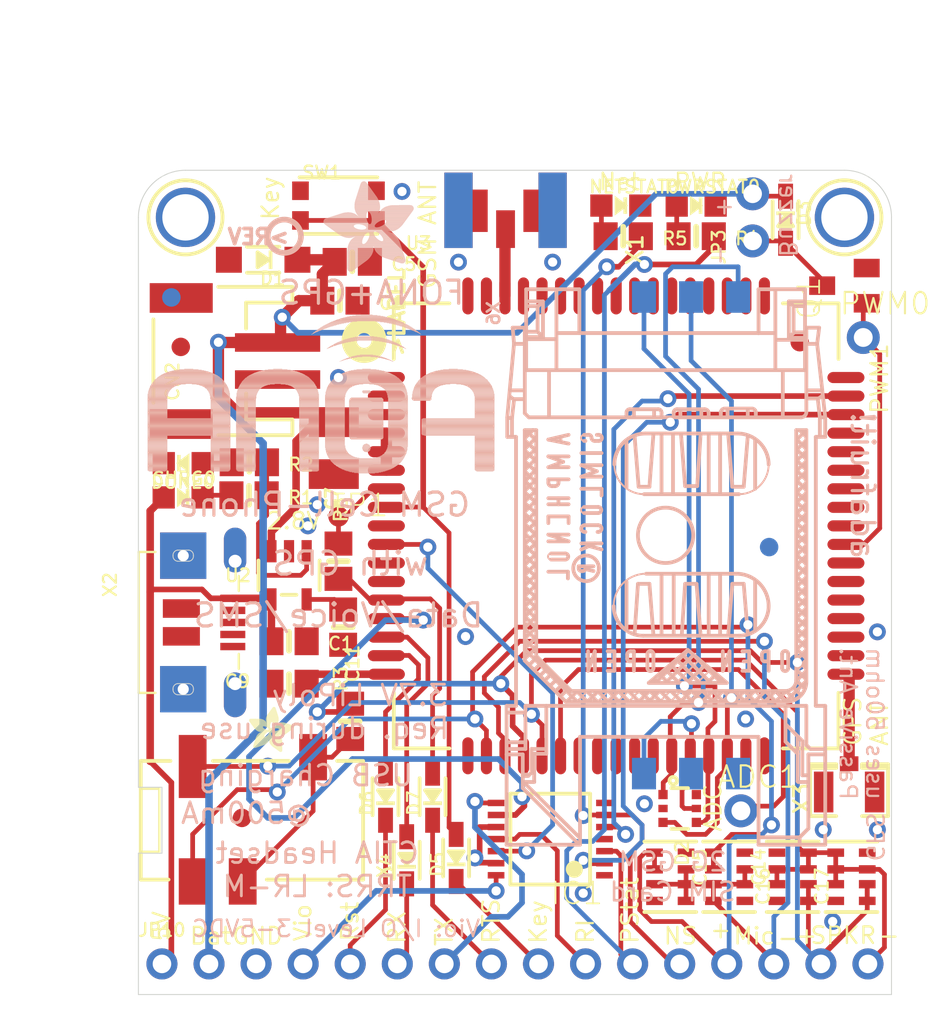
<source format=kicad_pcb>
(kicad_pcb (version 20211014) (generator pcbnew)
  (layers (0 "F.Cu" signal) (31 "B.Cu" signal) (34 "B.Paste" user) (35 "F.Paste" user) (36 "B.SilkS" user "B.Silkscreen") (37 "F.SilkS" user "F.Silkscreen") (38 "B.Mask" user) (39 "F.Mask" user) (44 "Edge.Cuts" user))
  (net 0 "")
  (net 1 "GND")
  (net 2 "N$1")
  (net 3 "N$2")
  (net 4 "N$5")
  (net 5 "N$6")
  (net 6 "PWRKEY")
  (net 7 "NETSTAT")
  (net 8 "PWRSTAT")
  (net 9 "SIMRST")
  (net 10 "SIMCLK")
  (net 11 "SIMDATA")
  (net 12 "2.8V")
  (net 13 "RESET")
  (net 14 "RI")
  (net 15 "UART_RXD")
  (net 16 "UART_TXD")
  (net 17 "VRTC")
  (net 18 "VCCIO")
  (net 19 "GSM_ANT")
  (net 20 "VBUS")
  (net 21 "1.8V")
  (net 22 "NETSTAT_5V")
  (net 23 "N$4")
  (net 24 "PWRSTAT_5V")
  (net 25 "N$9")
  (net 26 "SPEAKER1+")
  (net 27 "MIC1+")
  (net 28 "VBAT")
  (net 29 "+5V")
  (net 30 "RXD_5V")
  (net 31 "TXD_5V")
  (net 32 "RI_5V")
  (net 33 "PWRKEY_5V")
  (net 34 "RESET_5V")
  (net 35 "N$16")
  (net 36 "HP+")
  (net 37 "RTS")
  (net 38 "MIC1-")
  (net 39 "SPEAKER1-")
  (net 40 "PWM1")
  (net 41 "N$3")
  (net 42 "RTS_5V")
  (net 43 "N$7")
  (footprint "boardEagle:0805-NO" (layer "F.Cu") (at 158.2801 86.3346)
    (fp_text reference "R4")
    (fp_text value "1K")
  )
  (footprint "boardEagle:CHIPLED_0805_NOOUTLINE" (layer "F.Cu") (at 154.2161 84.6836 -90)
    (fp_text reference "NETSTAT0")
    (fp_text value "RED")
  )
  (footprint "boardEagle:0805-NO" (layer "F.Cu") (at 139.2301 107.4166 -90)
    (fp_text reference "R3")
    (fp_text value "2K")
  )
  (footprint "boardEagle:0805-NO" (layer "F.Cu") (at 139.0561 89.8116)
    (fp_text reference "C6")
    (fp_text value "33pF")
  )
  (footprint "boardEagle:SC59-BEC" (layer "F.Cu") (at 166.2811 89.0016 90)
    (fp_text reference "Q1")
    (fp_text value "DTC143ZUAT106")
  )
  (footprint "boardEagle:0805-NO" (layer "F.Cu") (at 134.1661 98.5266)
    (fp_text reference "R2")
    (fp_text value "1K")
  )
  (footprint "boardEagle:CHIPLED_0805_NOOUTLINE" (layer "F.Cu") (at 130.6001 98.5726 90)
    (fp_text reference "DONE0")
    (fp_text value "GREEN")
  )
  (footprint "boardEagle:0805-NO" (layer "F.Cu") (at 134.1501 100.3046)
    (fp_text reference "R1")
    (fp_text value "470")
  )
  (footprint "boardEagle:SOD-323" (layer "F.Cu") (at 163.1061 85.4456 -90)
    (fp_text reference "D3")
    (fp_text value "1N4148")
  )
  (footprint "boardEagle:RESPACK_4X0603" (layer "F.Cu") (at 160.0581 120.8786 -90)
    (fp_text reference "C14")
    (fp_text value "33pF")
  )
  (footprint "boardEagle:TSSOP14" (layer "F.Cu") (at 150.4061 118.8466 90)
    (fp_text reference "IC1")
    (fp_text value "74VHCT125PW")
  )
  (footprint "boardEagle:CHIPLED_0805_NOOUTLINE" (layer "F.Cu") (at 130.5951 100.4206 -90)
    (fp_text reference "CHRG0")
    (fp_text value "ORANGE")
  )
  (footprint "boardEagle:0805-NO" (layer "F.Cu") (at 154.3431 86.3346)
    (fp_text reference "R5")
    (fp_text value "1K")
  )
  (footprint "boardEagle:0805-NO" (layer "F.Cu") (at 138.9761 103.8606 90)
    (fp_text reference "R6")
    (fp_text value "10K")
  )
  (footprint "boardEagle:0805-NO" (layer "F.Cu") (at 136.3091 108.1786)
    (fp_text reference "C1")
    (fp_text value "10µF")
  )
  (footprint "boardEagle:BTN_KMR2_4.6X2.8" (layer "F.Cu") (at 138.9761 84.6836)
    (fp_text reference "SW1")
    (fp_text value "KMR2")
  )
  (footprint "boardEagle:1X16_ROUND" (layer "F.Cu") (at 148.5011 125.5776)
    (fp_text reference "JP10")
    (fp_text value "")
  )
  (footprint "boardEagle:SIM900_SMT" (layer "F.Cu") (at 153.9621 101.9556)
    (fp_text reference "U3")
    (fp_text value "SIM808")
  )
  (footprint "boardEagle:RESPACK_4X0603" (layer "F.Cu") (at 166.6621 120.8786 90)
    (fp_text reference "C17")
    (fp_text value "10pF")
  )
  (footprint "boardEagle:SOD-323" (layer "F.Cu") (at 144.0561 116.5606 90)
    (fp_text reference "D7")
    (fp_text value "1N4148")
  )
  (footprint "boardEagle:C1210" (layer "F.Cu") (at 138.7221 97.7646 -90)
    (fp_text reference "C7")
    (fp_text value "100uF")
  )
  (footprint "boardEagle:4UCONN_20329" (layer "F.Cu") (at 132.4991 107.1626 -90)
    (fp_text reference "X2")
    (fp_text value "MicroB")
    (fp_line (start -3.9 2.2) (end -3.9 1.6) (layer "Edge.Cuts") (width 0.05))
    (fp_line (start 3.3 2.2) (end 3.3 1.6) (layer "Edge.Cuts") (width 0.05))
    (fp_line (start -3.3 1.6) (end -3.3 2.2) (layer "Edge.Cuts") (width 0.05))
    (fp_line (start 3.9 1.6) (end 3.9 2.2) (layer "Edge.Cuts") (width 0.05))
    (fp_arc (start -3.9 1.6) (mid -3.801777 1.412868) (end -3.6 1.35) (layer "Edge.Cuts") (width 0.05))
    (fp_arc (start 3.6 2.45) (mid 3.398223 2.387132) (end 3.3 2.2) (layer "Edge.Cuts") (width 0.05))
    (fp_arc (start 3.9 2.2) (mid 3.801777 2.387132) (end 3.6 2.45) (layer "Edge.Cuts") (width 0.05))
    (fp_arc (start 3.3 1.6) (mid 3.398223 1.412868) (end 3.6 1.35) (layer "Edge.Cuts") (width 0.05))
    (fp_arc (start 3.6 1.35) (mid 3.801777 1.412868) (end 3.9 1.6) (layer "Edge.Cuts") (width 0.05))
    (fp_arc (start -3.6 2.45) (mid -3.801777 2.387132) (end -3.9 2.2) (layer "Edge.Cuts") (width 0.05))
    (fp_arc (start -3.6 1.35) (mid -3.398223 1.412868) (end -3.3 1.6) (layer "Edge.Cuts") (width 0.05))
    (fp_arc (start -3.3 2.2) (mid -3.398223 2.387132) (end -3.6 2.45) (layer "Edge.Cuts") (width 0.05))
  )
  (footprint "boardEagle:1X01-CLEANBIG" (layer "F.Cu") (at 167.2971 91.7956)
    (fp_text reference "PWM0")
    (fp_text value "")
  )
  (footprint "boardEagle:CHIPLED_0805_NOOUTLINE" (layer "F.Cu") (at 158.2801 84.6836 -90)
    (fp_text reference "PWRSTAT0")
    (fp_text value "BLUE")
  )
  (footprint "boardEagle:SOD-323" (layer "F.Cu") (at 142.6591 119.9896 90)
    (fp_text reference "D4")
    (fp_text value "1N4148")
  )
  (footprint "boardEagle:MOUNTINGHOLE_2.5_PLATED" (layer "F.Cu") (at 130.7211 85.3186 90)
    (fp_text reference "U$34" hide)
    (fp_text value "MOUNTINGHOLE2.5" hide)
  )
  (footprint "boardEagle:4UCONN_18510" (layer "F.Cu") (at 128.3081 117.8306)
    (fp_text reference "X4")
    (fp_text value "4UCONN_18510")
  )
  (footprint "boardEagle:SOD-323" (layer "F.Cu") (at 141.5161 116.5606 90)
    (fp_text reference "D6")
    (fp_text value "1N4148")
  )
  (footprint "boardEagle:ADAFRUIT_2.5MM" (layer "F.Cu") (at 134.1501 114.1476)
    (fp_text reference "U$21" hide)
    (fp_text value "" hide)
  )
  (footprint "boardEagle:RESPACK_4X0603" (layer "F.Cu") (at 163.4871 120.8786 90)
    (fp_text reference "C16")
    (fp_text value "33pF")
  )
  (footprint "boardEagle:1X01-CLEANBIG" (layer "F.Cu") (at 160.6931 117.3226)
    (fp_text reference "ADC1")
    (fp_text value "")
  )
  (footprint "boardEagle:RESPACK_4X0603" (layer "F.Cu") (at 156.8831 120.8786 -90)
    (fp_text reference "C15")
    (fp_text value "10pF")
  )
  (footprint "boardEagle:FIDUCIAL_1MM" (layer "F.Cu") (at 163.8681 92.0496)
    (fp_text reference "FID1" hide)
    (fp_text value "FIDUCIAL\"\"" hide)
  )
  (footprint "boardEagle:FIDUCIAL_1MM" (layer "F.Cu") (at 133.7691 117.7036)
    (fp_text reference "FID3" hide)
    (fp_text value "FIDUCIAL\"\"" hide)
  )
  (footprint "boardEagle:JSTPH2" (layer "F.Cu") (at 131.9911 93.0656 90)
    (fp_text reference "CN2")
    (fp_text value "JSTPH")
  )
  (footprint "boardEagle:SOT363" (layer "F.Cu") (at 157.3911 117.1956 -90)
    (fp_text reference "D2")
    (fp_text value "SMF05C")
  )
  (footprint "boardEagle:SMA_EDGELAUNCH_UFL" (layer "F.Cu") (at 147.9931 82.9056 -90)
    (fp_text reference "X1")
    (fp_text value "uFL")
  )
  (footprint "boardEagle:FIDUCIAL_1MM" (layer "F.Cu") (at 130.4671 92.3036)
    (fp_text reference "FID2" hide)
    (fp_text value "FIDUCIAL\"\"" hide)
  )
  (footprint "boardEagle:U.FL" (layer "F.Cu") (at 166.5351 116.3066 90)
    (fp_text reference "X3")
    (fp_text value "uFL")
  )
  (footprint "boardEagle:0805-NO" (layer "F.Cu") (at 139.7221 87.7166)
    (fp_text reference "C5")
    (fp_text value "10pF")
  )
  (footprint "boardEagle:TP11R" (layer "F.Cu") (at 138.9761 101.4476)
    (fp_text reference "TP1")
    (fp_text value "TPTP11R")
  )
  (footprint "boardEagle:0805-NO" (layer "F.Cu") (at 136.3091 110.4646 180)
    (fp_text reference "C9")
    (fp_text value "10uF")
  )
  (footprint "boardEagle:SOT23-5" (layer "F.Cu") (at 136.3091 104.6226 180)
    (fp_text reference "U2")
    (fp_text value "MCP73831T-2ACI/OT")
  )
  (footprint "boardEagle:SOD-123" (layer "F.Cu") (at 134.9121 87.6046 180)
    (fp_text reference "D1")
    (fp_text value "MMSZ5231BT1G")
  )
  (footprint "boardEagle:SOD-323" (layer "F.Cu") (at 145.3261 119.8626 90)
    (fp_text reference "D5")
    (fp_text value "1N4148")
  )
  (footprint "boardEagle:0805-NO" (layer "F.Cu") (at 139.6111 112.4966 90)
    (fp_text reference "C11")
    (fp_text value "10uF")
  )
  (footprint "boardEagle:MOUNTINGHOLE_2.5_PLATED" (layer "F.Cu") (at 166.2811 85.3186 90)
    (fp_text reference "U$33" hide)
    (fp_text value "MOUNTINGHOLE2.5" hide)
  )
  (footprint "boardEagle:1X02_ROUND" (layer "F.Cu") (at 161.3281 85.3186 90)
    (fp_text reference "JP3")
    (fp_text value "BUZZ")
  )
  (footprint "boardEagle:ADAFRUIT_5MM" (layer "B.Cu") (at 143.0401 88.2396 180)
    (fp_text reference "U$36" hide)
    (fp_text value "" hide)
  )
  (footprint "boardEagle:FONA_LOGO" (layer "B.Cu") (at 147.8661 99.2886 180)
    (fp_text reference "U$26" hide)
    (fp_text value "" hide)
  )
  (footprint "boardEagle:FIDUCIAL_1MM" (layer "B.Cu") (at 129.9591 89.6366 180)
    (fp_text reference "FID4" hide)
    (fp_text value "FIDUCIAL\"\"" hide)
  )
  (footprint "boardEagle:PCBFEAT-REV-040" (layer "B.Cu") (at 136.0551 86.3346 180)
    (fp_text reference "U$25" hide)
    (fp_text value "" hide)
  )
  (footprint "boardEagle:C707_10M006_512_2" (layer "B.Cu") (at 156.6291 102.4636 -90)
    (fp_text reference "X6")
    (fp_text value "SIM_LOCKAMPHENOL")
  )
  (footprint "boardEagle:FIDUCIAL_1MM" (layer "B.Cu") (at 162.2171 103.0986 180)
    (fp_text reference "FID5" hide)
    (fp_text value "FIDUCIAL\"\"" hide)
  )
  (gr_line (start 166.2811 82.7786) (end 130.7211 82.7786) (layer "Edge.Cuts") (width 0.05))
  (gr_line (start 129.4511 116.0526) (end 129.4511 119.6086) (layer "Edge.Cuts") (width 0.05))
  (gr_line (start 129.4511 119.6086) (end 128.1811 119.6086) (layer "Edge.Cuts") (width 0.05))
  (gr_arc (start 128.1811 85.3186) (mid 128.925049 83.522549) (end 130.7211 82.7786) (layer "Edge.Cuts") (width 0.05))
  (gr_line (start 128.1811 85.3186) (end 128.1811 116.0526) (layer "Edge.Cuts") (width 0.05))
  (gr_line (start 128.1811 119.6086) (end 128.1811 127.2286) (layer "Edge.Cuts") (width 0.05))
  (gr_line (start 128.1811 116.0526) (end 129.4511 116.0526) (layer "Edge.Cuts") (width 0.05))
  (gr_line (start 128.1811 127.2286) (end 168.8211 127.2286) (layer "Edge.Cuts") (width 0.05))
  (gr_arc (start 166.2811 82.7786) (mid 168.077151 83.522549) (end 168.8211 85.3186) (layer "Edge.Cuts") (width 0.05))
  (gr_line (start 168.8211 127.2286) (end 168.8211 85.3186) (layer "Edge.Cuts") (width 0.05))
  (gr_text "+" (at 159.1691 84.1756) (layer "B.SilkS") (effects (font (size 0.89408 0.89408) (thickness 0.12192)) (justify right top mirror)))
  (gr_text "adafruit!" (at 166.5351 103.8606 -90) (layer "B.SilkS") (effects (font (size 1.251712 1.251712) (thickness 0.170688)) (justify left bottom mirror)))
  (gr_text "-" (at 160.1851 86.7156 -90) (layer "B.SilkS") (effects (font (size 0.89408 0.89408) (thickness 0.12192)) (justify right top mirror)))
  (gr_text "3.7V LiPoly" (at 140.1191 111.0996) (layer "B.SilkS") (effects (font (size 1.1176 1.1176) (thickness 0.1524)) (justify mirror)))
  (gr_text "FONA+GPS" (at 140.7541 89.3826) (layer "B.SilkS") (effects (font (size 1.251712 1.251712) (thickness 0.170688)) (justify mirror)))
  (gr_text "Req. during use" (at 138.2141 112.8776) (layer "B.SilkS") (effects (font (size 1.1176 1.1176) (thickness 0.1524)) (justify mirror)))
  (gr_text "USB Charging" (at 137.1981 115.4176) (layer "B.SilkS") (effects (font (size 1.1176 1.1176) (thickness 0.1524)) (justify mirror)))
  (gr_text "Data/Voice/SMS" (at 138.9761 106.7816) (layer "B.SilkS") (effects (font (size 1.251712 1.251712) (thickness 0.170688)) (justify mirror)))
  (gr_text "GSM Cell-Phone" (at 138.2141 100.8126) (layer "B.SilkS") (effects (font (size 1.251712 1.251712) (thickness 0.170688)) (justify mirror)))
  (gr_text "Buzzer" (at 163.7411 82.9056 -90) (layer "B.SilkS") (effects (font (size 0.89408 0.89408) (thickness 0.12192)) (justify right top mirror)))
  (gr_text "with GPS" (at 139.6111 103.9876) (layer "B.SilkS") (effects (font (size 1.251712 1.251712) (thickness 0.170688)) (justify mirror)))
  (gr_text "2G GSM\nSIM Card" (at 157.0101 120.8786) (layer "B.SilkS") (effects (font (size 1.00584 1.00584) (thickness 0.13716)) (justify mirror)))
  (gr_text "Vio: I/O Level 3-5VDC" (at 138.8491 123.6726) (layer "B.SilkS") (effects (font (size 0.89408 0.89408) (thickness 0.12192)) (justify mirror)))
  (gr_text "@500mA" (at 134.0231 117.4496) (layer "B.SilkS") (effects (font (size 1.1176 1.1176) (thickness 0.1524)) (justify mirror)))
  (gr_text "CTIA Headset\nTRRS: LR-M" (at 137.8331 120.4976) (layer "B.SilkS") (effects (font (size 1.1176 1.1176) (thickness 0.1524)) (justify mirror)))
  (gr_text "GPS uses 50ohm\nPassive Ant." (at 168.4401 108.4326 -90) (layer "B.SilkS") (effects (font (size 0.89408 0.89408) (thickness 0.12192)) (justify right top mirror)))
  (gr_text "2.8V" (at 135.0391 102.2096) (layer "F.SilkS") (effects (font (size 0.89408 0.89408) (thickness 0.12192)) (justify left bottom)))
  (gr_text "+" (at 163.6141 124.5616) (layer "F.SilkS") (effects (font (size 0.89408 0.89408) (thickness 0.12192)) (justify left bottom)))
  (gr_text "Rst" (at 140.1191 124.4346 90) (layer "F.SilkS") (effects (font (size 0.89408 0.89408) (thickness 0.12192)) (justify left bottom)))
  (gr_text "RTS" (at 147.7391 124.5616 90) (layer "F.SilkS") (effects (font (size 0.89408 0.89408) (thickness 0.12192)) (justify left bottom)))
  (gr_text "RX" (at 142.6591 124.5616 90) (layer "F.SilkS") (effects (font (size 0.89408 0.89408) (thickness 0.12192)) (justify left bottom)))
  (gr_text "GND" (at 136.0551 123.5456) (layer "F.SilkS") (effects (font (size 0.89408 0.89408) (thickness 0.12192)) (justify right top)))
  (gr_text "GSM ANT" (at 144.3101 89.2556 90) (layer "F.SilkS") (effects (font (size 0.89408 0.89408) (thickness 0.12192)) (justify left bottom)))
  (gr_text "Key" (at 150.2791 124.5616 90) (layer "F.SilkS") (effects (font (size 0.89408 0.89408) (thickness 0.12192)) (justify left bottom)))
  (gr_text "-" (at 162.5981 124.6886) (layer "F.SilkS") (effects (font (size 0.89408 0.89408) (thickness 0.12192)) (justify left bottom)))
  (gr_text "RI" (at 152.8191 124.5616 90) (layer "F.SilkS") (effects (font (size 0.89408 0.89408) (thickness 0.12192)) (justify left bottom)))
  (gr_text "PStat" (at 155.2321 124.5616 90) (layer "F.SilkS") (effects (font (size 0.89408 0.89408) (thickness 0.12192)) (justify left bottom)))
  (gr_text "Vio" (at 137.5791 124.4346 90) (layer "F.SilkS") (effects (font (size 0.89408 0.89408) (thickness 0.12192)) (justify left bottom)))
  (gr_text "Net" (at 152.9461 83.9216) (layer "F.SilkS") (effects (font (size 0.89408 0.89408) (thickness 0.12192)) (justify left bottom)))
  (gr_text "SPKR" (at 164.3761 124.5616) (layer "F.SilkS") (effects (font (size 0.89408 0.89408) (thickness 0.12192)) (justify left bottom)))
  (gr_text "Key" (at 134.7851 83.0326 90) (layer "F.SilkS") (effects (font (size 0.89408 0.89408) (thickness 0.12192)) (justify right top)))
  (gr_text "GPS\nANT" (at 168.6941 113.8936 90) (layer "F.SilkS") (effects (font (size 0.89408 0.89408) (thickness 0.12192)) (justify left bottom)))
  (gr_text "PWM1" (at 168.6941 95.9866 90) (layer "F.SilkS") (effects (font (size 0.89408 0.89408) (thickness 0.12192)) (justify left bottom)))
  (gr_text "ADC" (at 158.6611 115.7986 90) (layer "F.SilkS") (effects (font (size 0.89408 0.89408) (thickness 0.12192)) (justify right top)))
  (gr_text "PWR" (at 157.0101 83.9216) (layer "F.SilkS") (effects (font (size 0.89408 0.89408) (thickness 0.12192)) (justify left bottom)))
  (gr_text "NS" (at 158.4071 123.5456) (layer "F.SilkS") (effects (font (size 0.89408 0.89408) (thickness 0.12192)) (justify right top)))
  (gr_text "Bat" (at 133.2611 123.5456) (layer "F.SilkS") (effects (font (size 0.89408 0.89408) (thickness 0.12192)) (justify right top)))
  (gr_text "-" (at 168.0591 124.5616) (layer "F.SilkS") (effects (font (size 0.89408 0.89408) (thickness 0.12192)) (justify left bottom)))
  (gr_text "Mic" (at 162.5981 123.5456) (layer "F.SilkS") (effects (font (size 0.89408 0.89408) (thickness 0.12192)) (justify right top)))
  (gr_text "TX" (at 145.1991 124.6886 90) (layer "F.SilkS") (effects (font (size 0.89408 0.89408) (thickness 0.12192)) (justify left bottom)))
  (gr_text "5V" (at 129.9591 124.4346 90) (layer "F.SilkS") (effects (font (size 0.89408 0.89408) (thickness 0.12192)) (justify left bottom)))
  (gr_text "+" (at 160.0581 124.4346 90) (layer "F.SilkS") (effects (font (size 0.89408 0.89408) (thickness 0.12192)) (justify left bottom)))
  (segment (start 146.5961 118.1966) (end 146.5961 120.1166) (width 0.3048) (layer "F.Cu") (net 1))
  (segment (start 147.4811 118.1966) (end 146.5961 118.1966) (width 0.3048) (layer "F.Cu") (net 1))
  (segment (start 146.5961 120.1166) (end 147.6081 120.1166) (width 0.3048) (layer "F.Cu") (net 1))
  (via (at 152.1841 121.7676) (size 0.9064) (drill 0.5) (layers "F.Cu" "B.Cu") (net 1))
  (via (at 165.6461 123.2916) (size 0.9064) (drill 0.5) (layers "F.Cu" "B.Cu") (net 1))
  (via (at 146.3421 119.8626) (size 0.9064) (drill 0.5) (layers "F.Cu" "B.Cu") (net 1))
  (via (at 142.4051 83.9216) (size 0.9064) (drill 0.5) (layers "F.Cu" "B.Cu") (net 1))
  (via (at 145.8341 107.9246) (size 0.9064) (drill 0.5) (layers "F.Cu" "B.Cu") (net 1))
  (via (at 160.9471 112.3696) (size 0.9064) (drill 0.5) (layers "F.Cu" "B.Cu") (net 1))
  (via (at 137.3251 101.9556) (size 0.9064) (drill 0.5) (layers "F.Cu" "B.Cu") (net 1))
  (via (at 155.4861 116.9416) (size 0.9064) (drill 0.5) (layers "F.Cu" "B.Cu") (net 1))
  (via (at 137.8331 100.8126) (size 0.9064) (drill 0.5) (layers "F.Cu" "B.Cu") (net 1))
  (via (at 168.0591 107.6706) (size 0.9064) (drill 0.5) (layers "F.Cu" "B.Cu") (net 1))
  (via (at 145.4531 87.7316) (size 0.9064) (drill 0.5) (layers "F.Cu" "B.Cu") (net 1))
  (via (at 138.9761 93.9546) (size 0.9064) (drill 0.5) (layers "F.Cu" "B.Cu") (net 1))
  (via (at 150.5331 87.7316) (size 0.9064) (drill 0.5) (layers "F.Cu" "B.Cu") (net 1))
  (via (at 165.1381 118.3386) (size 0.9064) (drill 0.5) (layers "F.Cu" "B.Cu") (net 1))
  (via (at 168.0591 118.3386) (size 0.9064) (drill 0.5) (layers "F.Cu" "B.Cu") (net 1))
  (segment (start 131.7611 100.3046) (end 133.2001 100.3046) (width 0.254) (layer "F.Cu") (net 2))
  (segment (start 131.6451 100.4206) (end 131.7611 100.3046) (width 0.254) (layer "F.Cu") (net 2))
  (segment (start 137.2591 104.3076) (end 137.2591 103.3225) (width 0.254) (layer "F.Cu") (net 3))
  (segment (start 136.9441 104.6226) (end 137.2591 104.3076) (width 0.254) (layer "F.Cu") (net 3))
  (segment (start 135.1001 98.5426) (end 135.1001 100.3046) (width 0.254) (layer "F.Cu") (net 3))
  (segment (start 135.1001 100.3046) (end 135.1001 101.3866) (width 0.254) (layer "F.Cu") (net 3))
  (segment (start 135.1161 98.5266) (end 135.1001 98.5426) (width 0.254) (layer "F.Cu") (net 3))
  (segment (start 134.7851 104.6226) (end 136.9441 104.6226) (width 0.254) (layer "F.Cu") (net 3))
  (segment (start 135.1001 101.3866) (end 134.6581 101.8286) (width 0.254) (layer "F.Cu") (net 3))
  (segment (start 134.6581 104.4956) (end 134.7851 104.6226) (width 0.254) (layer "F.Cu") (net 3))
  (segment (start 134.6581 101.8286) (end 134.6581 104.4956) (width 0.254) (layer "F.Cu") (net 3))
  (segment (start 139.2301 106.3998) (end 139.2301 106.4666) (width 0.254) (layer "F.Cu") (net 4))
  (segment (start 137.2591 105.9227) (end 138.753 105.9227) (width 0.254) (layer "F.Cu") (net 4))
  (segment (start 138.753 105.9227) (end 139.2301 106.3998) (width 0.254) (layer "F.Cu") (net 4))
  (segment (start 133.1701 98.5726) (end 131.6501 98.5726) (width 0.254) (layer "F.Cu") (net 5))
  (segment (start 133.2161 98.5266) (end 133.1701 98.5726) (width 0.254) (layer "F.Cu") (net 5))
  (segment (start 136.9261 85.4836) (end 141.0261 85.4836) (width 0.254) (layer "F.Cu") (net 6))
  (segment (start 141.5781 100.9396) (end 141.5621 100.9556) (width 0.254) (layer "F.Cu") (net 6))
  (segment (start 143.5481 88.0056) (end 143.5481 100.9396) (width 0.3048) (layer "F.Cu") (net 6))
  (segment (start 144.9451 102.3366) (end 143.5481 100.9396) (width 0.254) (layer "F.Cu") (net 6))
  (segment (start 144.9451 118.2116) (end 144.9451 102.3366) (width 0.254) (layer "F.Cu") (net 6))
  (segment (start 143.5481 100.9396) (end 141.5781 100.9396) (width 0.254) (layer "F.Cu") (net 6))
  (segment (start 145.3261 118.5926) (end 144.9451 118.2116) (width 0.254) (layer "F.Cu") (net 6))
  (segment (start 141.0261 85.4836) (end 143.5481 88.0056) (width 0.3048) (layer "F.Cu") (net 6))
  (segment (start 153.3311 118.1966) (end 154.0741 118.1966) (width 0.254) (layer "F.Cu") (net 7))
  (segment (start 156.8981 94.9556) (end 166.3621 94.9556) (width 0.3048) (layer "F.Cu") (net 7))
  (segment (start 156.7561 95.0976) (end 156.8981 94.9556) (width 0.3048) (layer "F.Cu") (net 7))
  (segment (start 154.0741 118.1966) (end 154.4701 118.5926) (width 0.254) (layer "F.Cu") (net 7))
  (via (at 156.7561 95.0976) (size 0.9064) (drill 0.5) (layers "F.Cu" "B.Cu") (net 7))
  (via (at 154.4701 118.5926) (size 0.9064) (drill 0.5) (layers "F.Cu" "B.Cu") (net 7))
  (segment (start 153.8351 117.9576) (end 153.8351 96.7486) (width 0.254) (layer "B.Cu") (net 7))
  (segment (start 154.4701 118.5926) (end 153.8351 117.9576) (width 0.254) (layer "B.Cu") (net 7))
  (segment (start 153.8351 96.7486) (end 155.3591 95.2246) (width 0.254) (layer "B.Cu") (net 7))
  (segment (start 155.3591 95.2246) (end 156.6291 95.2246) (width 0.254) (layer "B.Cu") (net 7))
  (segment (start 156.6291 95.2246) (end 156.7561 95.0976) (width 0.254) (layer "B.Cu") (net 7))
  (segment (start 156.7561 95.2246) (end 156.7561 95.0976) (width 0.3048) (layer "B.Cu") (net 7))
  (segment (start 166.3621 95.9556) (end 157.2951 95.9556) (width 0.3048) (layer "F.Cu") (net 8))
  (segment (start 157.2951 95.9556) (end 156.8831 96.3676) (width 0.3048) (layer "F.Cu") (net 8))
  (segment (start 152.1841 119.9896) (end 152.3411 120.1466) (width 0.3048) (layer "F.Cu") (net 8))
  (segment (start 152.3411 120.1466) (end 153.3311 120.1466) (width 0.3048) (layer "F.Cu") (net 8))
  (via (at 156.8831 96.3676) (size 0.9064) (drill 0.5) (layers "F.Cu" "B.Cu") (net 8))
  (via (at 152.1841 119.9896) (size 0.9064) (drill 0.5) (layers "F.Cu" "B.Cu") (net 8))
  (segment (start 154.3431 117.0686) (end 155.3591 118.0846) (width 0.254) (layer "B.Cu") (net 8))
  (segment (start 154.3431 117.0686) (end 154.3431 97.6376) (width 0.254) (layer "B.Cu") (net 8))
  (segment (start 155.3591 118.0846) (end 155.3591 118.9736) (width 0.254) (layer "B.Cu") (net 8))
  (segment (start 154.3431 119.9896) (end 152.1841 119.9896) (width 0.254) (layer "B.Cu") (net 8))
  (segment (start 154.3431 97.6376) (end 155.6131 96.3676) (width 0.254) (layer "B.Cu") (net 8))
  (segment (start 155.3591 118.9736) (end 154.3431 119.9896) (width 0.254) (layer "B.Cu") (net 8))
  (segment (start 155.6131 96.3676) (end 156.8831 96.3676) (width 0.254) (layer "B.Cu") (net 8))
  (segment (start 159.4231 115.5446) (end 159.9621 115.0056) (width 0.254) (layer "F.Cu") (net 9))
  (segment (start 159.9621 115.0056) (end 159.9621 114.3556) (width 0.254) (layer "F.Cu") (net 9))
  (segment (start 160.1851 111.2266) (end 159.9621 111.4496) (width 0.254) (layer "F.Cu") (net 9))
  (segment (start 156.4911 117.9456) (end 157.1251 117.9456) (width 0.254) (layer "F.Cu") (net 9))
  (segment (start 159.4231 117.9576) (end 159.4231 115.5446) (width 0.254) (layer "F.Cu") (net 9))
  (segment (start 159.9621 111.4496) (end 159.9621 114.3556) (width 0.254) (layer "F.Cu") (net 9))
  (segment (start 157.1251 117.9456) (end 157.7721 118.5926) (width 0.254) (layer "F.Cu") (net 9))
  (segment (start 158.7881 118.5926) (end 159.4231 117.9576) (width 0.254) (layer "F.Cu") (net 9))
  (segment (start 157.7721 118.5926) (end 158.7881 118.5926) (width 0.254) (layer "F.Cu") (net 9))
  (segment (start 160.0581 114.4516) (end 159.9621 114.3556) (width 0.254) (layer "F.Cu") (net 9))
  (via (at 160.1851 111.2266) (size 0.9064) (drill 0.5) (layers "F.Cu" "B.Cu") (net 9))
  (segment (start 158.0041 93.0436) (end 160.1851 95.2246) (width 0.254) (layer "B.Cu") (net 9))
  (segment (start 158.0041 89.6136) (end 158.0041 93.0436) (width 0.254) (layer "B.Cu") (net 9))
  (segment (start 160.1851 95.2246) (end 160.1851 111.2266) (width 0.254) (layer "B.Cu") (net 9))
  (segment (start 159.2961 110.5916) (end 159.2961 112.4966) (width 0.254) (layer "F.Cu") (net 10))
  (segment (start 158.9151 117.7036) (end 158.9151 114.4026) (width 0.254) (layer "F.Cu") (net 10))
  (segment (start 158.9151 114.4026) (end 158.9621 114.3556) (width 0.254) (layer "F.Cu") (net 10))
  (segment (start 158.6731 117.9456) (end 158.9151 117.7036) (width 0.254) (layer "F.Cu") (net 10))
  (segment (start 159.2961 112.4966) (end 158.9151 112.8776) (width 0.254) (layer "F.Cu") (net 10))
  (segment (start 158.9151 114.3086) (end 158.9621 114.3556) (width 0.254) (layer "F.Cu") (net 10))
  (segment (start 158.9031 114.4146) (end 158.9621 114.3556) (width 0.254) (layer "F.Cu") (net 10))
  (segment (start 158.9151 112.8776) (end 158.9151 114.3086) (width 0.254) (layer "F.Cu") (net 10))
  (segment (start 158.2911 117.9456) (end 158.6731 117.9456) (width 0.254) (layer "F.Cu") (net 10))
  (segment (start 157.6451 110.5916) (end 159.2961 110.5916) (width 0.254) (layer "F.Cu") (net 10))
  (via (at 157.6451 110.5916) (size 0.9064) (drill 0.5) (layers "F.Cu" "B.Cu") (net 10))
  (segment (start 157.8991 110.3376) (end 157.6451 110.5916) (width 0.254) (layer "B.Cu") (net 10))
  (segment (start 155.4641 92.4086) (end 157.8991 94.8436) (width 0.254) (layer "B.Cu") (net 10))
  (segment (start 157.8991 94.8436) (end 157.8991 110.3376) (width 0.254) (layer "B.Cu") (net 10))
  (segment (start 155.4641 89.6136) (end 155.4641 92.4086) (width 0.254) (layer "B.Cu") (net 10))
  (segment (start 157.5181 116.1796) (end 157.5181 117.0686) (width 0.254) (layer "F.Cu") (net 11))
  (segment (start 158.0261 114.4196) (end 158.0261 115.6716) (width 0.254) (layer "F.Cu") (net 11))
  (segment (start 158.0261 114.4196) (end 157.9621 114.3556) (width 0.254) (layer "F.Cu") (net 11))
  (segment (start 158.0261 115.6716) (end 157.5181 116.1796) (width 0.254) (layer "F.Cu") (net 11))
  (segment (start 158.0261 112.6236) (end 158.0261 114.2916) (width 0.254) (layer "F.Cu") (net 11))
  (segment (start 158.0261 114.2916) (end 157.9621 114.3556) (width 0.254) (layer "F.Cu") (net 11))
  (segment (start 157.5181 117.0686) (end 157.6451 117.1956) (width 0.254) (layer "F.Cu") (net 11))
  (segment (start 157.6451 117.1956) (end 158.2911 117.1956) (width 0.254) (layer "F.Cu") (net 11))
  (via (at 158.0261 112.6236) (size 0.9064) (drill 0.5) (layers "F.Cu" "B.Cu") (net 11))
  (segment (start 155.4641 113.4076) (end 156.3751 112.4966) (width 0.254) (layer "B.Cu") (net 11))
  (segment (start 157.8991 112.4966) (end 158.0261 112.6236) (width 0.254) (layer "B.Cu") (net 11))
  (segment (start 155.4641 115.3136) (end 155.4641 113.4076) (width 0.254) (layer "B.Cu") (net 11))
  (segment (start 156.3751 112.4966) (end 157.8991 112.4966) (width 0.254) (layer "B.Cu") (net 11))
  (segment (start 138.9761 102.9106) (end 138.9761 101.4476) (width 0.254) (layer "F.Cu") (net 12))
  (segment (start 140.8491 99.9556) (end 139.4841 101.3206) (width 0.254) (layer "F.Cu") (net 12))
  (segment (start 139.1031 101.3206) (end 138.9761 101.4476) (width 0.254) (layer "F.Cu") (net 12))
  (segment (start 141.5621 99.9556) (end 140.8491 99.9556) (width 0.3048) (layer "F.Cu") (net 12))
  (segment (start 139.4841 101.3206) (end 139.1031 101.3206) (width 0.254) (layer "F.Cu") (net 12))
  (segment (start 141.5771 108.9406) (end 141.5621 108.9556) (width 0.254) (layer "F.Cu") (net 13))
  (segment (start 141.5161 115.2906) (end 141.5161 111.9886) (width 0.254) (layer "F.Cu") (net 13))
  (segment (start 143.2941 110.2106) (end 143.2941 109.4486) (width 0.254) (layer "F.Cu") (net 13))
  (segment (start 143.2941 109.4486) (end 142.7861 108.9406) (width 0.254) (layer "F.Cu") (net 13))
  (segment (start 142.7861 108.9406) (end 141.5771 108.9406) (width 0.254) (layer "F.Cu") (net 13))
  (segment (start 141.5161 111.9886) (end 143.2941 110.2106) (width 0.254) (layer "F.Cu") (net 13))
  (segment (start 149.1211 119.4966) (end 147.4811 119.4966) (width 0.254) (layer "F.Cu") (net 14))
  (segment (start 143.8021 103.0986) (end 143.6591 102.9556) (width 0.254) (layer "F.Cu") (net 14))
  (segment (start 143.6591 102.9556) (end 141.5621 102.9556) (width 0.254) (layer "F.Cu") (net 14))
  (segment (start 149.1361 119.4816) (end 149.1211 119.4966) (width 0.254) (layer "F.Cu") (net 14))
  (via (at 149.1361 119.4816) (size 0.9064) (drill 0.5) (layers "F.Cu" "B.Cu") (net 14))
  (via (at 143.8021 103.0986) (size 0.9064) (drill 0.5) (layers "F.Cu" "B.Cu") (net 14))
  (segment (start 150.5331 118.0846) (end 149.1361 119.4816) (width 0.254) (layer "B.Cu") (net 14))
  (segment (start 150.5331 118.0846) (end 150.5331 110.9726) (width 0.254) (layer "B.Cu") (net 14))
  (segment (start 143.8021 104.2416) (end 143.8021 103.0986) (width 0.254) (layer "B.Cu") (net 14))
  (segment (start 150.5331 110.9726) (end 143.8021 104.2416) (width 0.254) (layer "B.Cu") (net 14))
  (segment (start 142.6901 107.9556) (end 143.8021 109.0676) (width 0.254) (layer "F.Cu") (net 15))
  (segment (start 143.8021 109.0676) (end 143.8021 110.4646) (width 0.254) (layer "F.Cu") (net 15))
  (segment (start 143.8021 110.4646) (end 142.6591 111.6076) (width 0.254) (layer "F.Cu") (net 15))
  (segment (start 142.6591 111.6076) (end 142.6591 118.7196) (width 0.254) (layer "F.Cu") (net 15))
  (segment (start 141.5621 107.9556) (end 142.6901 107.9556) (width 0.254) (layer "F.Cu") (net 15))
  (segment (start 149.0091 117.0686) (end 149.0091 116.5606) (width 0.3048) (layer "F.Cu") (net 16))
  (segment (start 147.4811 117.5466) (end 148.5311 117.5466) (width 0.3048) (layer "F.Cu") (net 16))
  (segment (start 148.5311 117.5466) (end 149.0091 117.0686) (width 0.3048) (layer "F.Cu") (net 16))
  (segment (start 149.0091 116.5606) (end 148.8821 116.5606) (width 0.3048) (layer "F.Cu") (net 16))
  (segment (start 143.4681 106.9556) (end 143.5481 107.0356) (width 0.254) (layer "F.Cu") (net 16))
  (segment (start 141.9771 106.9556) (end 143.4681 106.9556) (width 0.254) (layer "F.Cu") (net 16))
  (segment (start 141.9771 106.9556) (end 141.5621 106.9556) (width 0.3048) (layer "F.Cu") (net 16))
  (via (at 148.8821 116.5606) (size 0.9064) (drill 0.5) (layers "F.Cu" "B.Cu") (net 16))
  (via (at 143.5481 107.0356) (size 0.9064) (drill 0.5) (layers "F.Cu" "B.Cu") (net 16))
  (segment (start 134.1501 114.4016) (end 141.5161 107.0356) (width 0.3048) (layer "B.Cu") (net 16))
  (segment (start 135.1661 117.7036) (end 134.1501 116.6876) (width 0.3048) (layer "B.Cu") (net 16))
  (segment (start 139.7381 114.5286) (end 136.5631 117.7036) (width 0.3048) (layer "B.Cu") (net 16))
  (segment (start 134.1501 116.6876) (end 134.1501 114.4016) (width 0.3048) (layer "B.Cu") (net 16))
  (segment (start 148.8821 116.5606) (end 148.8821 115.7986) (width 0.3048) (layer "B.Cu") (net 16))
  (segment (start 147.6121 114.5286) (end 139.7381 114.5286) (width 0.3048) (layer "B.Cu") (net 16))
  (segment (start 136.5631 117.7036) (end 135.1661 117.7036) (width 0.3048) (layer "B.Cu") (net 16))
  (segment (start 148.8821 115.7986) (end 147.6121 114.5286) (width 0.3048) (layer "B.Cu") (net 16))
  (segment (start 141.5161 107.0356) (end 143.5481 107.0356) (width 0.3048) (layer "B.Cu") (net 16))
  (segment (start 137.7681 109.9556) (end 141.5621 109.9556) (width 0.4064) (layer "F.Cu") (net 17))
  (segment (start 137.2591 110.4646) (end 137.7681 109.9556) (width 0.4064) (layer "F.Cu") (net 17))
  (segment (start 147.4851 120.8006) (end 147.4851 121.6406) (width 0.254) (layer "F.Cu") (net 18))
  (segment (start 147.4811 120.7966) (end 147.4851 120.8006) (width 0.254) (layer "F.Cu") (net 18))
  (via (at 147.4851 121.6406) (size 0.9064) (drill 0.5) (layers "F.Cu" "B.Cu") (net 18))
  (segment (start 141.0081 121.6406) (end 147.4851 121.6406) (width 0.3048) (layer "B.Cu") (net 18))
  (segment (start 137.0711 125.5776) (end 141.0081 121.6406) (width 0.3048) (layer "B.Cu") (net 18))
  (segment (start 147.9621 85.9536) (end 147.9931 85.9536) (width 0.6096) (layer "F.Cu") (net 19))
  (segment (start 147.9621 89.5556) (end 147.9621 85.9536) (width 0.6096) (layer "F.Cu") (net 19))
  (segment (start 156.8831 112.2426) (end 156.8831 114.2766) (width 0.254) (layer "F.Cu") (net 21))
  (segment (start 156.5021 115.7986) (end 156.5021 116.4346) (width 0.254) (layer "F.Cu") (net 21))
  (segment (start 156.9621 114.3556) (end 156.9621 115.3386) (width 0.254) (layer "F.Cu") (net 21))
  (segment (start 157.6451 111.4806) (end 156.8831 112.2426) (width 0.254) (layer "F.Cu") (net 21))
  (segment (start 156.8831 114.2766) (end 156.9621 114.3556) (width 0.254) (layer "F.Cu") (net 21))
  (segment (start 156.5021 116.4346) (end 156.4911 116.4456) (width 0.254) (layer "F.Cu") (net 21))
  (segment (start 158.4071 111.4806) (end 157.6451 111.4806) (width 0.254) (layer "F.Cu") (net 21))
  (segment (start 156.9621 115.3386) (end 156.5021 115.7986) (width 0.254) (layer "F.Cu") (net 21))
  (via (at 158.4071 111.4806) (size 0.9064) (drill 0.5) (layers "F.Cu" "B.Cu") (net 21))
  (segment (start 160.5441 89.6136) (end 160.5441 87.9856) (width 0.254) (layer "B.Cu") (net 21))
  (segment (start 156.6291 88.3666) (end 156.6291 92.8116) (width 0.254) (layer "B.Cu") (net 21))
  (segment (start 158.4071 109.9566) (end 158.6611 110.2106) (width 0.254) (layer "B.Cu") (net 21))
  (segment (start 158.4071 94.5896) (end 158.4071 109.9566) (width 0.254) (layer "B.Cu") (net 21))
  (segment (start 158.6611 110.2106) (end 158.6611 111.2266) (width 0.254) (layer "B.Cu") (net 21))
  (segment (start 158.6611 111.2266) (end 158.4071 111.4806) (width 0.254) (layer "B.Cu") (net 21))
  (segment (start 160.5441 87.9856) (end 157.0101 87.9856) (width 0.254) (layer "B.Cu") (net 21))
  (segment (start 157.0101 87.9856) (end 156.6291 88.3666) (width 0.254) (layer "B.Cu") (net 21))
  (segment (start 156.6291 92.8116) (end 158.4071 94.5896) (width 0.254) (layer "B.Cu") (net 21))
  (segment (start 154.8211 117.5466) (end 155.3591 118.0846) (width 0.254) (layer "F.Cu") (net 22))
  (segment (start 153.4541 87.9856) (end 154.0891 87.9856) (width 0.3048) (layer "F.Cu") (net 22))
  (segment (start 153.3311 117.5466) (end 154.8211 117.5466) (width 0.254) (layer "F.Cu") (net 22))
  (segment (start 154.7241 123.2916) (end 157.0101 125.5776) (width 0.254) (layer "F.Cu") (net 22))
  (segment (start 154.0891 87.9856) (end 155.2931 86.7816) (width 0.254) (layer "F.Cu") (net 22))
  (segment (start 152.2141 117.5466) (end 153.3311 117.5466) (width 0.254) (layer "F.Cu") (net 22))
  (segment (start 155.2931 86.6546) (end 155.2931 86.3346) (width 0.3048) (layer "F.Cu") (net 22))
  (segment (start 152.1841 117.5766) (end 152.2141 117.5466) (width 0.254) (layer "F.Cu") (net 22))
  (segment (start 155.3591 118.0846) (end 155.3591 118.9736) (width 0.254) (layer "F.Cu") (net 22))
  (segment (start 155.3591 118.9736) (end 154.7241 119.6086) (width 0.254) (layer "F.Cu") (net 22))
  (segment (start 157.0101 125.5776) (end 157.3911 125.5776) (width 0.254) (layer "F.Cu") (net 22))
  (segment (start 155.2931 86.7816) (end 155.2931 86.3346) (width 0.254) (layer "F.Cu") (net 22))
  (segment (start 154.7241 119.6086) (end 154.7241 123.2916) (width 0.254) (layer "F.Cu") (net 22))
  (via (at 152.1841 117.5766) (size 0.9064) (drill 0.5) (layers "F.Cu" "B.Cu") (net 22))
  (via (at 153.4541 87.9856) (size 0.9064) (drill 0.5) (layers "F.Cu" "B.Cu") (net 22))
  (segment (start 152.1841 89.2556) (end 152.1841 117.5766) (width 0.254) (layer "B.Cu") (net 22))
  (segment (start 152.1841 89.2556) (end 153.4541 87.9856) (width 0.254) (layer "B.Cu") (net 22))
  (segment (start 157.2301 86.2346) (end 157.3301 86.3346) (width 0.254) (layer "F.Cu") (net 23))
  (segment (start 157.2301 84.6836) (end 157.2301 86.2346) (width 0.254) (layer "F.Cu") (net 23))
  (segment (start 154.2161 119.7356) (end 154.2161 125.0696) (width 0.254) (layer "F.Cu") (net 24))
  (segment (start 153.9771 119.4966) (end 154.2161 119.7356) (width 0.254) (layer "F.Cu") (net 24))
  (segment (start 159.2961 86.8426) (end 159.2301 86.7766) (width 0.254) (layer "F.Cu") (net 24))
  (segment (start 158.2801 87.8586) (end 155.4861 87.8586) (width 0.3048) (layer "F.Cu") (net 24))
  (segment (start 153.3311 119.4966) (end 153.9771 119.4966) (width 0.254) (layer "F.Cu") (net 24))
  (segment (start 154.7241 125.5776) (end 154.8511 125.5776) (width 0.254) (layer "F.Cu") (net 24))
  (segment (start 154.2161 125.0696) (end 154.7241 125.5776) (width 0.254) (layer "F.Cu") (net 24))
  (segment (start 159.2301 86.3346) (end 159.2301 86.6546) (width 0.3048) (layer "F.Cu") (net 24))
  (segment (start 159.2961 86.8426) (end 158.2801 87.8586) (width 0.3048) (layer "F.Cu") (net 24))
  (segment (start 159.2301 86.7766) (end 159.2301 86.3346) (width 0.254) (layer "F.Cu") (net 24))
  (via (at 155.4861 87.8586) (size 0.9064) (drill 0.5) (layers "F.Cu" "B.Cu") (net 24))
  (segment (start 154.9781 87.8586) (end 153.5811 89.2556) (width 0.3048) (layer "B.Cu") (net 24))
  (segment (start 152.6921 118.9736) (end 151.8031 118.9736) (width 0.254) (layer "B.Cu") (net 24))
  (segment (start 153.5811 89.2556) (end 153.3271 89.5096) (width 0.254) (layer "B.Cu") (net 24))
  (segment (start 155.4861 87.8586) (end 154.9781 87.8586) (width 0.3048) (layer "B.Cu") (net 24))
  (segment (start 151.2951 119.4816) (end 151.2951 122.0216) (width 0.254) (layer "B.Cu") (net 24))
  (segment (start 151.2951 122.0216) (end 154.8511 125.5776) (width 0.254) (layer "B.Cu") (net 24))
  (segment (start 151.8031 118.9736) (end 151.2951 119.4816) (width 0.254) (layer "B.Cu") (net 24))
  (segment (start 154.7241 125.5776) (end 154.8511 125.5776) (width 0.254) (layer "B.Cu") (net 24))
  (segment (start 153.3271 118.3386) (end 152.6921 118.9736) (width 0.254) (layer "B.Cu") (net 24))
  (segment (start 153.3271 89.5096) (end 153.3271 118.3386) (width 0.254) (layer "B.Cu") (net 24))
  (segment (start 153.1661 86.1076) (end 153.3931 86.3346) (width 0.254) (layer "F.Cu") (net 25))
  (segment (start 153.1661 84.6836) (end 153.1661 86.1076) (width 0.254) (layer "F.Cu") (net 25))
  (segment (start 161.8361 109.3216) (end 163.7411 109.3216) (width 0.254) (layer "F.Cu") (net 26))
  (segment (start 148.3741 112.7506) (end 148.3741 111.0996) (width 0.3048) (layer "F.Cu") (net 26))
  (segment (start 165.0111 125.1966) (end 165.0111 125.5776) (width 0.3048) (layer "F.Cu") (net 26))
  (segment (start 161.2011 108.6866) (end 161.8361 109.3216) (width 0.254) (layer "F.Cu") (net 26))
  (segment (start 148.3741 111.0996) (end 147.7391 110.4646) (width 0.3048) (layer "F.Cu") (net 26))
  (segment (start 149.1361 108.6866) (end 147.7391 110.0836) (width 0.254) (layer "F.Cu") (net 26))
  (segment (start 167.5121 121.2786) (end 167.5121 122.1786) (width 0.254) (layer "F.Cu") (net 26))
  (segment (start 147.7391 110.0836) (end 147.7391 110.4646) (width 0.254) (layer "F.Cu") (net 26))
  (segment (start 137.8331 111.9886) (end 139.1691 111.9886) (width 0.3048) (layer "F.Cu") (net 26))
  (segment (start 164.3371 124.9036) (end 165.0111 125.5776) (width 0.254) (layer "F.Cu") (net 26))
  (segment (start 148.9621 113.3386) (end 148.3741 112.7506) (width 0.3048) (layer "F.Cu") (net 26))
  (segment (start 148.9621 114.3556) (end 148.9621 113.3386) (width 0.3048) (layer "F.Cu") (net 26))
  (segment (start 167.5121 121.2786) (end 167.5121 122.6956) (width 0.254) (layer "F.Cu") (net 26))
  (segment (start 139.1691 111.9886) (end 139.6111 111.5466) (width 0.3048) (layer "F.Cu") (net 26))
  (segment (start 167.5121 122.6956) (end 166.5351 123.6726) (width 0.254) (layer "F.Cu") (net 26))
  (segment (start 164.3371 121.2786) (end 164.3371 122.1786) (width 0.254) (layer "F.Cu") (net 26))
  (segment (start 149.1361 108.6866) (end 161.2011 108.6866) (width 0.254) (layer "F.Cu") (net 26))
  (segment (start 166.5351 123.6726) (end 165.0111 125.1966) (width 0.3048) (layer "F.Cu") (net 26))
  (segment (start 164.3371 122.1786) (end 164.3371 124.9036) (width 0.254) (layer "F.Cu") (net 26))
  (via (at 137.8331 111.9886) (size 0.9064) (drill 0.5) (layers "F.Cu" "B.Cu") (net 26))
  (via (at 163.7411 109.3216) (size 0.9064) (drill 0.5) (layers "F.Cu" "B.Cu") (net 26))
  (via (at 147.7391 110.4646) (size 0.9064) (drill 0.5) (layers "F.Cu" "B.Cu") (net 26))
  (segment (start 163.7411 109.3216) (end 163.7411 124.3076) (width 0.254) (layer "B.Cu") (net 26))
  (segment (start 147.7391 110.4646) (end 139.3571 110.4646) (width 0.3048) (layer "B.Cu") (net 26))
  (segment (start 163.7411 124.3076) (end 165.0111 125.5776) (width 0.254) (layer "B.Cu") (net 26))
  (segment (start 139.3571 110.4646) (end 137.8331 111.9886) (width 0.3048) (layer "B.Cu") (net 26))
  (segment (start 156.0331 119.5786) (end 155.5161 119.5786) (width 0.254) (layer "F.Cu") (net 27))
  (segment (start 161.8361 118.5926) (end 162.3441 118.0846) (width 0.254) (layer "F.Cu") (net 27))
  (segment (start 155.2321 122.6566) (end 155.8671 123.2916) (width 0.254) (layer "F.Cu") (net 27))
  (segment (start 146.3421 112.3696) (end 146.2151 112.2426) (width 0.254) (layer "F.Cu") (net 27))
  (segment (start 131.1081 121.1306) (end 131.1081 118.5866) (width 0.254) (layer "F.Cu") (net 27))
  (segment (start 146.2151 109.8296) (end 148.6281 107.4166) (width 0.254) (layer "F.Cu") (net 27))
  (segment (start 155.2321 119.8626) (end 155.2321 122.6566) (width 0.254) (layer "F.Cu") (net 27))
  (segment (start 159.2081 120.4786) (end 159.2081 119.5786) (width 0.254) (layer "F.Cu") (net 27))
  (segment (start 146.9621 112.9896) (end 146.3421 112.3696) (width 0.254) (layer "F.Cu") (net 27))
  (segment (start 161.0741 107.4166) (end 161.0741 107.2896) (width 0.254) (layer "F.Cu") (net 27))
  (segment (start 148.6281 107.4166) (end 161.0741 107.4166) (width 0.254) (layer "F.Cu") (net 27))
  (segment (start 160.1941 118.5926) (end 161.8361 118.5926) (width 0.254) (layer "F.Cu") (net 27))
  (segment (start 159.2081 119.5786) (end 160.1941 118.5926) (width 0.254) (layer "F.Cu") (net 27))
  (segment (start 146.2151 112.2426) (end 146.2151 109.8296) (width 0.254) (layer "F.Cu") (net 27))
  (segment (start 157.5181 123.2916) (end 159.9311 125.7046) (width 0.254) (layer "F.Cu") (net 27))
  (segment (start 146.9621 114.3556) (end 146.9621 112.9896) (width 0.254) (layer "F.Cu") (net 27))
  (segment (start 155.5161 119.5786) (end 155.2321 119.8626) (width 0.254) (layer "F.Cu") (net 27))
  (segment (start 159.9311 125.5776) (end 159.9311 125.7046) (width 0.254) (layer "F.Cu") (net 27))
  (segment (start 156.0331 119.5786) (end 156.0331 120.4786) (width 0.254) (layer "F.Cu") (net 27))
  (segment (start 155.8671 123.2916) (end 157.5181 123.2916) (width 0.254) (layer "F.Cu") (net 27))
  (segment (start 135.5471 116.1796) (end 135.6741 116.3066) (width 0.254) (layer "F.Cu") (net 27))
  (segment (start 133.5151 116.1796) (end 135.5471 116.1796) (width 0.254) (layer "F.Cu") (net 27))
  (segment (start 131.1081 118.5866) (end 133.5151 116.1796) (width 0.254) (layer "F.Cu") (net 27))
  (via (at 161.0741 107.2896) (size 0.9064) (drill 0.5) (layers "F.Cu" "B.Cu") (net 27))
  (via (at 162.3441 118.0846) (size 0.9064) (drill 0.5) (layers "F.Cu" "B.Cu") (net 27))
  (via (at 146.3421 112.3696) (size 0.9064) (drill 0.5) (layers "F.Cu" "B.Cu") (net 27))
  (via (at 135.6741 116.3066) (size 0.9064) (drill 0.5) (layers "F.Cu" "B.Cu") (net 27))
  (segment (start 161.0741 111.2266) (end 161.0741 107.2896) (width 0.254) (layer "B.Cu") (net 27))
  (segment (start 162.3441 112.4966) (end 161.0741 111.2266) (width 0.254) (layer "B.Cu") (net 27))
  (segment (start 139.6111 112.3696) (end 146.3421 112.3696) (width 0.254) (layer "B.Cu") (net 27))
  (segment (start 160.4391 118.7196) (end 161.7091 118.7196) (width 0.254) (layer "B.Cu") (net 27))
  (segment (start 160.0581 125.4506) (end 160.0581 119.1006) (width 0.254) (layer "B.Cu") (net 27))
  (segment (start 162.3441 112.4966) (end 162.3441 118.0846) (width 0.254) (layer "B.Cu") (net 27))
  (segment (start 135.6741 116.3066) (end 139.6111 112.3696) (width 0.254) (layer "B.Cu") (net 27))
  (segment (start 161.7091 118.7196) (end 162.3441 118.0846) (width 0.254) (layer "B.Cu") (net 27))
  (segment (start 160.0581 119.1006) (end 160.4391 118.7196) (width 0.254) (layer "B.Cu") (net 27))
  (segment (start 159.9311 125.5776) (end 160.0581 125.4506) (width 0.254) (layer "B.Cu") (net 27))
  (segment (start 138.6601 87.6046) (end 138.7721 87.7166) (width 0.6096) (layer "F.Cu") (net 28))
  (segment (start 136.6901 100.9396) (end 136.6901 97.3836) (width 0.4064) (layer "F.Cu") (net 28))
  (segment (start 135.8521 92.0656) (end 135.8521 90.7956) (width 0.6096) (layer "F.Cu") (net 28))
  (segment (start 139.3131 96.9556) (end 138.7221 96.3646) (width 0.254) (layer "F.Cu") (net 28))
  (segment (start 132.5151 92.0656) (end 135.6911 92.0656) (width 0.6096) (layer "F.Cu") (net 28))
  (segment (start 135.8521 90.7956) (end 135.94354 90.70416) (width 0.6096) (layer "F.Cu") (net 28))
  (segment (start 135.3591 103.3225) (end 135.3591 102.2706) (width 0.4064) (layer "F.Cu") (net 28))
  (segment (start 138.7221 96.3646) (end 138.2171 95.8596) (width 0.6096) (layer "F.Cu") (net 28))
  (segment (start 135.3591 102.2706) (end 136.6901 100.9396) (width 0.4064) (layer "F.Cu") (net 28))
  (segment (start 138.8461 96.6216) (end 138.8461 96.4886) (width 0.254) (layer "F.Cu") (net 28))
  (segment (start 138.1061 88.3826) (end 138.7721 87.7166) (width 0.6096) (layer "F.Cu") (net 28))
  (segment (start 140.1631 96.9556) (end 141.5621 96.9556) (width 0.6096) (layer "F.Cu") (net 28))
  (segment (start 141.5621 98.9556) (end 141.5621 97.9556) (width 0.6096) (layer "F.Cu") (net 28))
  (segment (start 161.3281 84.0486) (end 161.4551 84.1756) (width 0.254) (layer "F.Cu") (net 28))
  (segment (start 140.1631 96.9556) (end 139.3131 96.9556) (width 0.254) (layer "F.Cu") (net 28))
  (segment (start 137.4521 96.6216) (end 138.8461 96.6216) (width 0.4064) (layer "F.Cu") (net 28))
  (segment (start 138.1061 89.8116) (end 136.8361 89.8116) (width 0.6096) (layer "F.Cu") (net 28))
  (segment (start 138.2171 95.8596) (end 133.5151 95.8596) (width 0.6096) (layer "F.Cu") (net 28))
  (segment (start 138.8461 96.4886) (end 138.7221 96.3646) (width 0.254) (layer "F.Cu") (net 28))
  (segment (start 132.4991 94.8436) (end 132.4991 92.0496) (width 0.6096) (layer "F.Cu") (net 28))
  (segment (start 136.6901 97.3836) (end 137.4521 96.6216) (width 0.4064) (layer "F.Cu") (net 28))
  (segment (start 136.8361 89.8116) (end 135.94354 90.70416) (width 0.6096) (layer "F.Cu") (net 28))
  (segment (start 136.7621 87.6046) (end 138.6601 87.6046) (width 0.6096) (layer "F.Cu") (net 28))
  (segment (start 161.4551 84.1756) (end 163.1061 84.1756) (width 0.254) (layer "F.Cu") (net 28))
  (segment (start 135.6911 92.0656) (end 135.8521 92.0656) (width 0.6096) (layer "F.Cu") (net 28))
  (segment (start 141.5621 97.9556) (end 141.5621 96.9556) (width 0.6096) (layer "F.Cu") (net 28))
  (segment (start 132.4991 92.0496) (end 132.5151 92.0656) (width 0.6096) (layer "F.Cu") (net 28))
  (segment (start 133.5151 95.8596) (end 132.4991 94.8436) (width 0.6096) (layer "F.Cu") (net 28))
  (segment (start 138.1061 89.8116) (end 138.1061 88.3826) (width 0.6096) (layer "F.Cu") (net 28))
  (via (at 135.94354 90.70416) (size 0.9064) (drill 0.5) (layers "F.Cu" "B.Cu") (net 28))
  (via (at 132.4991 92.0496) (size 0.9064) (drill 0.5) (layers "F.Cu" "B.Cu") (net 28))
  (segment (start 131.9911 115.6716) (end 134.9121 112.7506) (width 0.4064) (layer "B.Cu") (net 28))
  (segment (start 134.9121 112.7506) (end 134.9121 97.5106) (width 0.4064) (layer "B.Cu") (net 28))
  (segment (start 135.94354 90.70416) (end 136.780981 91.5416) (width 0.3048) (layer "B.Cu") (net 28))
  (segment (start 131.9911 125.5776) (end 131.9911 115.6716) (width 0.4064) (layer "B.Cu") (net 28))
  (segment (start 136.780981 91.5416) (end 148.6281 91.5416) (width 0.3048) (layer "B.Cu") (net 28))
  (segment (start 132.4991 95.0976) (end 132.4991 92.0496) (width 0.4064) (layer "B.Cu") (net 28))
  (segment (start 156.1211 84.0486) (end 161.3281 84.0486) (width 0.3048) (layer "B.Cu") (net 28))
  (segment (start 148.6281 91.5416) (end 156.1211 84.0486) (width 0.3048) (layer "B.Cu") (net 28))
  (segment (start 134.9121 97.5106) (end 132.4991 95.0976) (width 0.4064) (layer "B.Cu") (net 28))
  (segment (start 132.0881 105.8626) (end 131.6101 105.3846) (width 0.3048) (layer "F.Cu") (net 29))
  (segment (start 133.2741 105.8626) (end 132.0881 105.8626) (width 0.3048) (layer "F.Cu") (net 29))
  (segment (start 131.6101 105.3846) (end 128.9431 105.3846) (width 0.3048) (layer "F.Cu") (net 29))
  (segment (start 135.3591 105.9227) (end 135.3591 108.1786) (width 0.4064) (layer "F.Cu") (net 29))
  (segment (start 128.8161 114.6556) (end 129.9591 115.7986) (width 0.3048) (layer "F.Cu") (net 29))
  (segment (start 128.8161 105.5116) (end 128.8161 114.6556) (width 0.4064) (layer "F.Cu") (net 29))
  (segment (start 128.8161 105.5116) (end 128.8161 101.1496) (width 0.4064) (layer "F.Cu") (net 29))
  (segment (start 128.9431 105.3846) (end 128.8161 105.5116) (width 0.3048) (layer "F.Cu") (net 29))
  (segment (start 128.8161 101.1496) (end 129.5451 100.4206) (width 0.4064) (layer "F.Cu") (net 29))
  (segment (start 135.299 105.8626) (end 135.3591 105.9227) (width 0.4064) (layer "F.Cu") (net 29))
  (segment (start 129.9591 115.7986) (end 129.9591 125.0696) (width 0.3048) (layer "F.Cu") (net 29))
  (segment (start 133.2741 105.8626) (end 135.299 105.8626) (width 0.4064) (layer "F.Cu") (net 29))
  (segment (start 129.9591 125.0696) (end 129.4511 125.5776) (width 0.3048) (layer "F.Cu") (net 29))
  (segment (start 142.6591 121.2596) (end 142.6591 125.0696) (width 0.254) (layer "F.Cu") (net 30))
  (segment (start 142.6591 125.0696) (end 142.1511 125.5776) (width 0.254) (layer "F.Cu") (net 30))
  (segment (start 147.4811 116.8966) (end 146.4241 116.8966) (width 0.254) (layer "F.Cu") (net 31))
  (segment (start 146.4241 116.8966) (end 146.3421 116.8146) (width 0.254) (layer "F.Cu") (net 31))
  (via (at 146.3421 116.8146) (size 0.9064) (drill 0.5) (layers "F.Cu" "B.Cu") (net 31))
  (segment (start 144.6911 125.5776) (end 147.2311 123.0376) (width 0.3048) (layer "B.Cu") (net 31))
  (segment (start 148.8821 120.7516) (end 146.3421 118.2116) (width 0.3048) (layer "B.Cu") (net 31))
  (segment (start 147.2311 123.0376) (end 148.1201 123.0376) (width 0.3048) (layer "B.Cu") (net 31))
  (segment (start 148.8821 122.2756) (end 148.8821 120.7516) (width 0.3048) (layer "B.Cu") (net 31))
  (segment (start 146.3421 118.2116) (end 146.3421 116.8146) (width 0.3048) (layer "B.Cu") (net 31))
  (segment (start 148.1201 123.0376) (end 148.8821 122.2756) (width 0.3048) (layer "B.Cu") (net 31))
  (segment (start 150.7871 124.0536) (end 152.3111 125.5776) (width 0.254) (layer "F.Cu") (net 32))
  (segment (start 150.7871 119.4816) (end 150.7871 124.0536) (width 0.254) (layer "F.Cu") (net 32))
  (segment (start 149.8981 118.5926) (end 150.7871 119.4816) (width 0.254) (layer "F.Cu") (net 32))
  (segment (start 148.7551 118.5926) (end 149.8981 118.5926) (width 0.254) (layer "F.Cu") (net 32))
  (segment (start 148.5011 118.8466) (end 148.7551 118.5926) (width 0.254) (layer "F.Cu") (net 32))
  (segment (start 147.4811 118.8466) (end 148.5011 118.8466) (width 0.254) (layer "F.Cu") (net 32))
  (segment (start 145.3261 121.1326) (end 149.7711 125.5776) (width 0.254) (layer "F.Cu") (net 33))
  (segment (start 141.5161 117.8306) (end 141.5161 122.6566) (width 0.254) (layer "F.Cu") (net 34))
  (segment (start 141.5161 122.6566) (end 139.6111 124.5616) (width 0.254) (layer "F.Cu") (net 34))
  (segment (start 139.6111 124.5616) (end 139.6111 125.5776) (width 0.254) (layer "F.Cu") (net 34))
  (segment (start 163.1061 86.7156) (end 165.0811 88.6906) (width 0.254) (layer "F.Cu") (net 35))
  (segment (start 165.0811 88.6906) (end 165.0811 89.0016) (width 0.254) (layer "F.Cu") (net 35))
  (segment (start 162.9791 86.5886) (end 161.3281 86.5886) (width 0.254) (layer "F.Cu") (net 35))
  (segment (start 163.1061 86.7156) (end 162.9791 86.5886) (width 0.254) (layer "F.Cu") (net 35))
  (segment (start 138.6271 114.4306) (end 139.6111 113.4466) (width 0.254) (layer "F.Cu") (net 36))
  (segment (start 137.6081 114.4306) (end 137.6081 117.3306) (width 0.254) (layer "F.Cu") (net 36))
  (segment (start 137.6081 114.4306) (end 138.6271 114.4306) (width 0.254) (layer "F.Cu") (net 36))
  (segment (start 137.6081 117.3306) (end 133.8081 121.1306) (width 0.254) (layer "F.Cu") (net 36))
  (segment (start 143.9291 105.8926) (end 141.6251 105.8926) (width 0.254) (layer "F.Cu") (net 37))
  (segment (start 144.4371 110.7186) (end 144.4371 106.4006) (width 0.254) (layer "F.Cu") (net 37))
  (segment (start 141.6251 105.8926) (end 141.5621 105.9556) (width 0.254) (layer "F.Cu") (net 37))
  (segment (start 141.4991 105.8926) (end 141.5621 105.9556) (width 0.254) (layer "F.Cu") (net 37))
  (segment (start 144.0561 111.0996) (end 144.4371 110.7186) (width 0.254) (layer "F.Cu") (net 37))
  (segment (start 140.6271 105.8926) (end 141.4991 105.8926) (width 0.254) (layer "F.Cu") (net 37))
  (segment (start 139.5451 104.8106) (end 140.6271 105.8926) (width 0.254) (layer "F.Cu") (net 37))
  (segment (start 144.0561 115.2906) (end 144.0561 111.0996) (width 0.254) (layer "F.Cu") (net 37))
  (segment (start 144.4371 106.4006) (end 143.9291 105.8926) (width 0.254) (layer "F.Cu") (net 37))
  (segment (start 138.9761 104.8106) (end 139.5451 104.8106) (width 0.254) (layer "F.Cu") (net 37))
  (segment (start 160.9081 120.4786) (end 160.9081 121.2786) (width 0.254) (layer "F.Cu") (net 38))
  (segment (start 147.9621 114.3556) (end 147.9621 113.4816) (width 0.254) (layer "F.Cu") (net 38))
  (segment (start 146.8501 110.0836) (end 148.7551 108.1786) (width 0.254) (layer "F.Cu") (net 38))
  (segment (start 157.7331 121.2786) (end 157.7331 122.1786) (width 0.254) (layer "F.Cu") (net 38))
  (segment (start 159.2081 121.2786) (end 159.2081 122.1786) (width 0.254) (layer "F.Cu") (net 38))
  (segment (start 147.6121 113.1316) (end 147.6121 111.7346) (width 0.254) (layer "F.Cu") (net 38))
  (segment (start 157.7331 120.4786) (end 157.7331 121.2786) (width 0.254) (layer "F.Cu") (net 38))
  (segment (start 146.8501 110.9726) (end 146.8501 110.0836) (width 0.254) (layer "F.Cu") (net 38))
  (segment (start 162.4711 125.4416) (end 162.4711 125.5776) (width 0.254) (layer "F.Cu") (net 38))
  (segment (start 147.6121 111.7346) (end 146.8501 110.9726) (width 0.254) (layer "F.Cu") (net 38))
  (segment (start 147.9621 113.4816) (end 147.6121 113.1316) (width 0.254) (layer "F.Cu") (net 38))
  (segment (start 156.0331 121.2786) (end 157.7331 121.2786) (width 0.254) (layer "F.Cu") (net 38))
  (segment (start 148.7551 108.1786) (end 161.9631 108.1786) (width 0.254) (layer "F.Cu") (net 38))
  (segment (start 159.2081 121.2786) (end 160.9081 121.2786) (width 0.254) (layer "F.Cu") (net 38))
  (segment (start 157.7331 121.2786) (end 159.2081 121.2786) (width 0.254) (layer "F.Cu") (net 38))
  (segment (start 159.2081 122.1786) (end 162.4711 125.4416) (width 0.254) (layer "F.Cu") (net 38))
  (via (at 161.9631 108.1786) (size 0.9064) (drill 0.5) (layers "F.Cu" "B.Cu") (net 38))
  (segment (start 163.2331 122.2756) (end 162.4711 123.0376) (width 0.254) (layer "B.Cu") (net 38))
  (segment (start 163.2331 112.4966) (end 163.2331 122.2756) (width 0.254) (layer "B.Cu") (net 38))
  (segment (start 161.9631 111.2266) (end 163.2331 112.4966) (width 0.254) (layer "B.Cu") (net 38))
  (segment (start 161.9631 108.1786) (end 161.9631 111.2266) (width 0.254) (layer "B.Cu") (net 38))
  (segment (start 162.4711 123.0376) (end 162.4711 125.5776) (width 0.254) (layer "B.Cu") (net 38))
  (segment (start 163.7411 111.9886) (end 160.9471 109.1946) (width 0.254) (layer "F.Cu") (net 39))
  (segment (start 160.9471 109.1946) (end 150.1521 109.1946) (width 0.254) (layer "F.Cu") (net 39))
  (segment (start 131.1081 114.9306) (end 135.1451 114.9306) (width 0.254) (layer "F.Cu") (net 39))
  (segment (start 149.9621 112.6876) (end 149.3901 112.1156) (width 0.254) (layer "F.Cu") (net 39))
  (segment (start 165.8121 120.4786) (end 167.5121 120.4786) (width 0.254) (layer "F.Cu") (net 39))
  (segment (start 168.4401 120.7516) (end 168.4401 124.6886) (width 0.254) (layer "F.Cu") (net 39))
  (segment (start 165.8121 119.5786) (end 164.3371 119.5786) (width 0.254) (layer "F.Cu") (net 39))
  (segment (start 167.5121 120.4786) (end 168.1671 120.4786) (width 0.254) (layer "F.Cu") (net 39))
  (segment (start 168.4401 124.6886) (end 167.5511 125.5776) (width 0.254) (layer "F.Cu") (net 39))
  (segment (start 164.0921 119.5786) (end 164.3371 119.5786) (width 0.254) (layer "F.Cu") (net 39))
  (segment (start 149.3901 109.9566) (end 149.3901 112.1156) (width 0.254) (layer "F.Cu") (net 39))
  (segment (start 168.1671 120.4786) (end 168.4401 120.7516) (width 0.254) (layer "F.Cu") (net 39))
  (segment (start 164.3371 120.4786) (end 164.3371 119.5786) (width 0.254) (layer "F.Cu") (net 39))
  (segment (start 163.7411 111.9886) (end 163.7411 119.2276) (width 0.254) (layer "F.Cu") (net 39))
  (segment (start 162.6371 120.4786) (end 162.6371 121.2786) (width 0.254) (layer "F.Cu") (net 39))
  (segment (start 149.9621 114.3556) (end 149.9621 112.6876) (width 0.254) (layer "F.Cu") (net 39))
  (segment (start 165.8121 119.5786) (end 165.8121 120.4786) (width 0.254) (layer "F.Cu") (net 39))
  (segment (start 163.7411 119.2276) (end 164.0921 119.5786) (width 0.254) (layer "F.Cu") (net 39))
  (segment (start 162.6371 120.4786) (end 164.3371 120.4786) (width 0.254) (layer "F.Cu") (net 39))
  (segment (start 150.1521 109.1946) (end 149.3901 109.9566) (width 0.254) (layer "F.Cu") (net 39))
  (segment (start 165.8121 120.4786) (end 165.8121 121.2786) (width 0.254) (layer "F.Cu") (net 39))
  (segment (start 135.1451 114.9306) (end 135.1661 114.9096) (width 0.254) (layer "F.Cu") (net 39))
  (via (at 149.3901 112.1156) (size 0.9064) (drill 0.5) (layers "F.Cu" "B.Cu") (net 39))
  (via (at 135.1661 114.9096) (size 0.9064) (drill 0.5) (layers "F.Cu" "B.Cu") (net 39))
  (segment (start 136.3091 114.9096) (end 139.7381 111.4806) (width 0.254) (layer "B.Cu") (net 39))
  (segment (start 139.7381 111.4806) (end 148.7551 111.4806) (width 0.254) (layer "B.Cu") (net 39))
  (segment (start 135.1661 114.9096) (end 136.3091 114.9096) (width 0.254) (layer "B.Cu") (net 39))
  (segment (start 148.7551 111.4806) (end 149.3901 112.1156) (width 0.254) (layer "B.Cu") (net 39))
  (segment (start 168.1861 92.6846) (end 168.1861 102.0826) (width 0.254) (layer "F.Cu") (net 40))
  (segment (start 167.4811 89.9516) (end 167.2971 90.1356) (width 0.254) (layer "F.Cu") (net 40))
  (segment (start 168.1861 102.0826) (end 167.3131 102.9556) (width 0.254) (layer "F.Cu") (net 40))
  (segment (start 167.2971 91.7956) (end 168.1861 92.6846) (width 0.254) (layer "F.Cu") (net 40))
  (segment (start 167.2971 90.1356) (end 167.2971 91.7956) (width 0.254) (layer "F.Cu") (net 40))
  (segment (start 167.3131 102.9556) (end 166.3621 102.9556) (width 0.254) (layer "F.Cu") (net 40))
  (segment (start 166.5351 109.9556) (end 166.3621 109.9556) (width 0.6096) (layer "F.Cu") (net 41))
  (segment (start 166.5351 114.7816) (end 166.5351 109.9556) (width 0.6096) (layer "F.Cu") (net 41))
  (segment (start 144.0561 117.8306) (end 144.0561 122.4026) (width 0.254) (layer "F.Cu") (net 42))
  (segment (start 144.0561 122.4026) (end 147.2311 125.5776) (width 0.254) (layer "F.Cu") (net 42))
  (segment (start 160.5661 109.7026) (end 162.9791 112.1156) (width 0.254) (layer "F.Cu") (net 43))
  (segment (start 162.9791 116.5606) (end 162.4711 117.0686) (width 0.254) (layer "F.Cu") (net 43))
  (segment (start 150.9621 110.6706) (end 151.9301 109.7026) (width 0.254) (layer "F.Cu") (net 43))
  (segment (start 150.9621 114.3556) (end 150.9621 110.6706) (width 0.254) (layer "F.Cu") (net 43))
  (segment (start 162.4711 117.0686) (end 160.9471 117.0686) (width 0.254) (layer "F.Cu") (net 43))
  (segment (start 151.9301 109.7026) (end 160.5661 109.7026) (width 0.254) (layer "F.Cu") (net 43))
  (segment (start 162.9791 112.1156) (end 162.9791 116.5606) (width 0.254) (layer "F.Cu") (net 43))
  (segment (start 160.9471 117.0686) (end 160.6931 117.3226) (width 0.254) (layer "F.Cu") (net 43))
)
</source>
